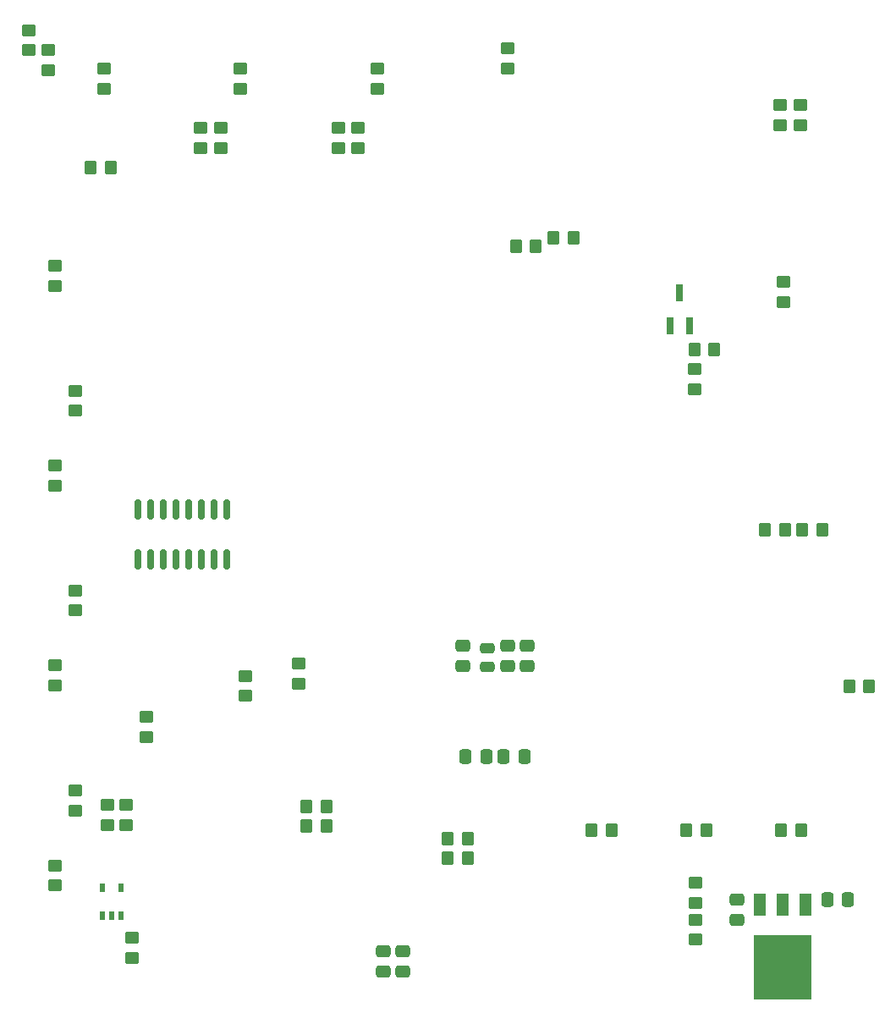
<source format=gbr>
%TF.GenerationSoftware,KiCad,Pcbnew,8.0.3*%
%TF.CreationDate,2024-12-04T19:25:53+09:00*%
%TF.ProjectId,nnct-main,6e6e6374-2d6d-4616-996e-2e6b69636164,rev?*%
%TF.SameCoordinates,Original*%
%TF.FileFunction,Paste,Bot*%
%TF.FilePolarity,Positive*%
%FSLAX46Y46*%
G04 Gerber Fmt 4.6, Leading zero omitted, Abs format (unit mm)*
G04 Created by KiCad (PCBNEW 8.0.3) date 2024-12-04 19:25:53*
%MOMM*%
%LPD*%
G01*
G04 APERTURE LIST*
G04 Aperture macros list*
%AMRoundRect*
0 Rectangle with rounded corners*
0 $1 Rounding radius*
0 $2 $3 $4 $5 $6 $7 $8 $9 X,Y pos of 4 corners*
0 Add a 4 corners polygon primitive as box body*
4,1,4,$2,$3,$4,$5,$6,$7,$8,$9,$2,$3,0*
0 Add four circle primitives for the rounded corners*
1,1,$1+$1,$2,$3*
1,1,$1+$1,$4,$5*
1,1,$1+$1,$6,$7*
1,1,$1+$1,$8,$9*
0 Add four rect primitives between the rounded corners*
20,1,$1+$1,$2,$3,$4,$5,0*
20,1,$1+$1,$4,$5,$6,$7,0*
20,1,$1+$1,$6,$7,$8,$9,0*
20,1,$1+$1,$8,$9,$2,$3,0*%
G04 Aperture macros list end*
%ADD10RoundRect,0.250000X-0.450000X0.350000X-0.450000X-0.350000X0.450000X-0.350000X0.450000X0.350000X0*%
%ADD11RoundRect,0.150000X0.150000X-0.825000X0.150000X0.825000X-0.150000X0.825000X-0.150000X-0.825000X0*%
%ADD12RoundRect,0.250000X0.450000X-0.350000X0.450000X0.350000X-0.450000X0.350000X-0.450000X-0.350000X0*%
%ADD13RoundRect,0.250000X-0.350000X-0.450000X0.350000X-0.450000X0.350000X0.450000X-0.350000X0.450000X0*%
%ADD14RoundRect,0.250000X-0.337500X-0.475000X0.337500X-0.475000X0.337500X0.475000X-0.337500X0.475000X0*%
%ADD15R,0.600000X0.900000*%
%ADD16R,0.800000X1.800000*%
%ADD17RoundRect,0.250000X0.350000X0.450000X-0.350000X0.450000X-0.350000X-0.450000X0.350000X-0.450000X0*%
%ADD18RoundRect,0.250000X0.475000X-0.337500X0.475000X0.337500X-0.475000X0.337500X-0.475000X-0.337500X0*%
%ADD19RoundRect,0.250000X-0.475000X0.337500X-0.475000X-0.337500X0.475000X-0.337500X0.475000X0.337500X0*%
%ADD20R,1.200000X2.200000*%
%ADD21R,5.800000X6.400000*%
%ADD22RoundRect,0.250000X-0.475000X0.250000X-0.475000X-0.250000X0.475000X-0.250000X0.475000X0.250000X0*%
%ADD23RoundRect,0.250000X0.337500X0.475000X-0.337500X0.475000X-0.337500X-0.475000X0.337500X-0.475000X0*%
G04 APERTURE END LIST*
D10*
%TO.C,R64*%
X119642500Y-38970000D03*
X119642500Y-40970000D03*
%TD*%
D11*
%TO.C,U3*%
X62212500Y-84420000D03*
X60942500Y-84420000D03*
X59672500Y-84420000D03*
X58402500Y-84420000D03*
X57132500Y-84420000D03*
X55862500Y-84420000D03*
X54592500Y-84420000D03*
X53322500Y-84420000D03*
X53322500Y-79470000D03*
X54592500Y-79470000D03*
X55862500Y-79470000D03*
X57132500Y-79470000D03*
X58402500Y-79470000D03*
X59672500Y-79470000D03*
X60942500Y-79470000D03*
X62212500Y-79470000D03*
%TD*%
D12*
%TO.C,R41*%
X47100000Y-89550000D03*
X47100000Y-87550000D03*
%TD*%
D10*
%TO.C,R44*%
X117942500Y-56670000D03*
X117942500Y-58670000D03*
%TD*%
D12*
%TO.C,R10*%
X69442500Y-96870000D03*
X69442500Y-94870000D03*
%TD*%
D13*
%TO.C,R59*%
X119842500Y-81470000D03*
X121842500Y-81470000D03*
%TD*%
D14*
%TO.C,C5*%
X86167500Y-104170000D03*
X88242500Y-104170000D03*
%TD*%
D15*
%TO.C,111111111111111111111111111111111111111111111*%
X51692500Y-120070000D03*
X50742500Y-120070000D03*
X49792500Y-120070000D03*
X49792500Y-117270000D03*
X51692500Y-117270000D03*
%TD*%
D10*
%TO.C,R13*%
X61650000Y-41250000D03*
X61650000Y-43250000D03*
%TD*%
D16*
%TO.C,Q1*%
X108542500Y-61070000D03*
X106642500Y-61070000D03*
X107592500Y-57770000D03*
%TD*%
D12*
%TO.C,R37*%
X50000000Y-37350000D03*
X50000000Y-35350000D03*
%TD*%
D10*
%TO.C,R27*%
X109142500Y-120470000D03*
X109142500Y-122470000D03*
%TD*%
D14*
%TO.C,C28*%
X124430000Y-118470000D03*
X122355000Y-118470000D03*
%TD*%
D12*
%TO.C,R26*%
X109142500Y-118770000D03*
X109142500Y-116770000D03*
%TD*%
D10*
%TO.C,C21*%
X90325000Y-33325000D03*
X90325000Y-35325000D03*
%TD*%
D17*
%TO.C,R50*%
X126542500Y-97170000D03*
X124542500Y-97170000D03*
%TD*%
D18*
%TO.C,C13*%
X92342500Y-95107500D03*
X92342500Y-93032500D03*
%TD*%
D12*
%TO.C,R18*%
X109042500Y-67420000D03*
X109042500Y-65420000D03*
%TD*%
D10*
%TO.C,R51*%
X50292500Y-109020000D03*
X50292500Y-111020000D03*
%TD*%
D17*
%TO.C,R40*%
X50642500Y-45220000D03*
X48642500Y-45220000D03*
%TD*%
D13*
%TO.C,R56*%
X70242500Y-109110000D03*
X72242500Y-109110000D03*
%TD*%
D19*
%TO.C,C29*%
X77892500Y-123632500D03*
X77892500Y-125690000D03*
%TD*%
D10*
%TO.C,R15*%
X75400000Y-41250000D03*
X75400000Y-43250000D03*
%TD*%
D17*
%TO.C,R17*%
X111042500Y-63420000D03*
X109042500Y-63420000D03*
%TD*%
D12*
%TO.C,R38*%
X63600000Y-37350000D03*
X63600000Y-35350000D03*
%TD*%
D10*
%TO.C,R63*%
X64142500Y-96070000D03*
X64142500Y-98070000D03*
%TD*%
D18*
%TO.C,C27*%
X113300000Y-120507500D03*
X113300000Y-118432500D03*
%TD*%
D20*
%TO.C,U7*%
X115582500Y-118970000D03*
X117862500Y-118970000D03*
D21*
X117862500Y-125270000D03*
D20*
X120142500Y-118970000D03*
%TD*%
D10*
%TO.C,R12*%
X42400000Y-31500000D03*
X42400000Y-33500000D03*
%TD*%
D18*
%TO.C,C14*%
X85892500Y-95107500D03*
X85892500Y-93032500D03*
%TD*%
D13*
%TO.C,R29*%
X108242500Y-111520000D03*
X110242500Y-111520000D03*
%TD*%
D12*
%TO.C,R45*%
X47100000Y-69550000D03*
X47100000Y-67550000D03*
%TD*%
D22*
%TO.C,FB1*%
X88342500Y-93320000D03*
X88342500Y-95220000D03*
%TD*%
D10*
%TO.C,R47*%
X45100000Y-75050000D03*
X45100000Y-77050000D03*
%TD*%
%TO.C,R42*%
X45100000Y-55050000D03*
X45100000Y-57050000D03*
%TD*%
%TO.C,R65*%
X117642500Y-38970000D03*
X117642500Y-40970000D03*
%TD*%
%TO.C,R14*%
X59650000Y-41250000D03*
X59650000Y-43250000D03*
%TD*%
%TO.C,R62*%
X54242500Y-100170000D03*
X54242500Y-102170000D03*
%TD*%
%TO.C,R49*%
X52192500Y-109020000D03*
X52192500Y-111020000D03*
%TD*%
%TO.C,R16*%
X73400000Y-41250000D03*
X73400000Y-43250000D03*
%TD*%
%TO.C,R11*%
X44400000Y-33500000D03*
X44400000Y-35500000D03*
%TD*%
D13*
%TO.C,R53*%
X94942500Y-52270000D03*
X96942500Y-52270000D03*
%TD*%
D10*
%TO.C,R43*%
X45100000Y-95050000D03*
X45100000Y-97050000D03*
%TD*%
D13*
%TO.C,R58*%
X116142500Y-81470000D03*
X118142500Y-81470000D03*
%TD*%
D12*
%TO.C,R46*%
X47100000Y-109550000D03*
X47100000Y-107550000D03*
%TD*%
D10*
%TO.C,R48*%
X45100000Y-115050000D03*
X45100000Y-117050000D03*
%TD*%
D23*
%TO.C,C6*%
X92017500Y-104170000D03*
X89942500Y-104170000D03*
%TD*%
D13*
%TO.C,R30*%
X117742500Y-111520000D03*
X119742500Y-111520000D03*
%TD*%
%TO.C,R28*%
X98742500Y-111520000D03*
X100742500Y-111520000D03*
%TD*%
D12*
%TO.C,R39*%
X77300000Y-37350000D03*
X77300000Y-35350000D03*
%TD*%
D13*
%TO.C,R52*%
X91172500Y-53070000D03*
X93172500Y-53070000D03*
%TD*%
D19*
%TO.C,C30*%
X79892500Y-123632500D03*
X79892500Y-125690000D03*
%TD*%
D12*
%TO.C,R55*%
X52742500Y-124270000D03*
X52742500Y-122270000D03*
%TD*%
D19*
%TO.C,C20*%
X90342500Y-93032500D03*
X90342500Y-95107500D03*
%TD*%
D17*
%TO.C,R61*%
X86342500Y-112370000D03*
X84342500Y-112370000D03*
%TD*%
%TO.C,R60*%
X86342500Y-114320000D03*
X84342500Y-114320000D03*
%TD*%
D13*
%TO.C,R57*%
X70242500Y-111070000D03*
X72242500Y-111070000D03*
%TD*%
M02*

</source>
